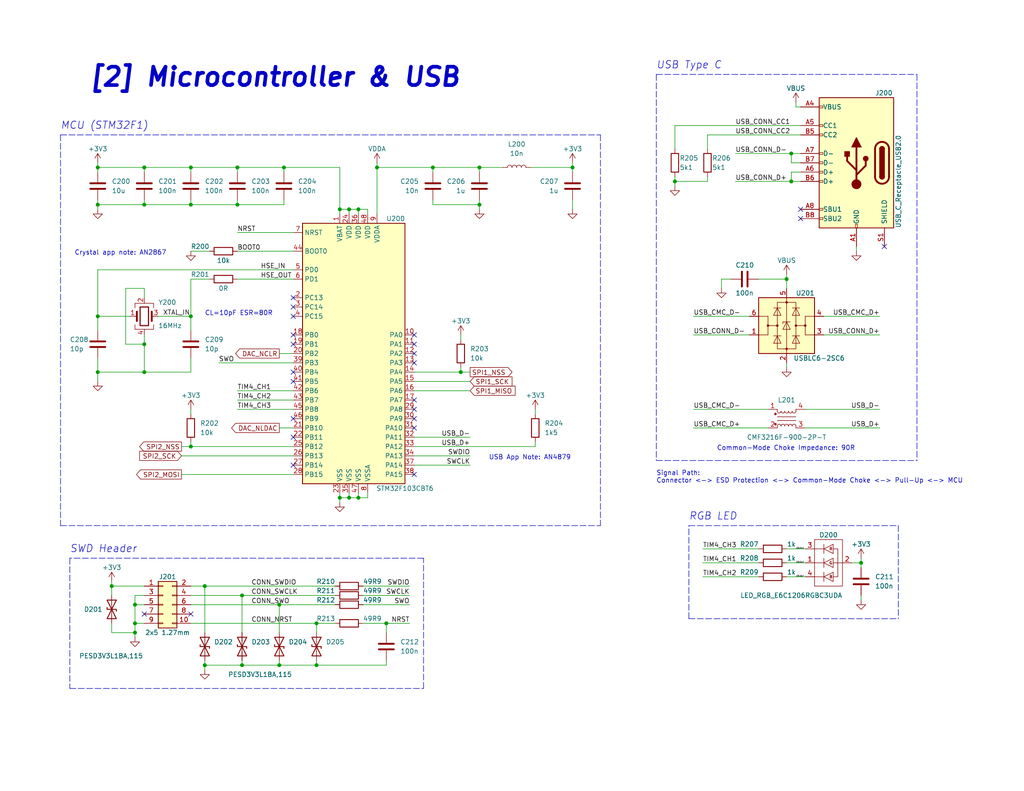
<source format=kicad_sch>
(kicad_sch (version 20211123) (generator eeschema)
  (paper "USLetter")
  (title_block (title "Mixed-Signal Demo PCB") (date "2022-10-05") (rev "1.0") (company "Cristóbal Cuevas Lagos"))
  (lib_symbols
    (symbol "Connector:USB_C_Receptacle_USB2.0" (pin_names (offset 1.016))
      (property "Reference" "J" (at -10.16 19.05 0))
      (property "Value" "USB_C_Receptacle_USB2.0" (at 19.05 19.05 0))
      (symbol "USB_C_Receptacle_USB2.0_0_0"
        (rectangle (start -0.254 -17.78) (end 0.254 -16.764))
        (rectangle (start 10.16 -14.986) (end 9.144 -15.494))
        (rectangle (start 10.16 -12.446) (end 9.144 -12.954))
        (rectangle (start 10.16 -4.826) (end 9.144 -5.334))
        (rectangle (start 10.16 -2.286) (end 9.144 -2.794))
        (rectangle (start 10.16 0.254) (end 9.144 -0.254))
        (rectangle (start 10.16 2.794) (end 9.144 2.286))
        (rectangle (start 10.16 7.874) (end 9.144 7.366))
        (rectangle (start 10.16 10.414) (end 9.144 9.906))
        (rectangle (start 10.16 15.494) (end 9.144 14.986))
      )
      (symbol "USB_C_Receptacle_USB2.0_0_1"
        (rectangle (start -10.16 17.78) (end 10.16 -17.78) (stroke (width 0.254)) (fill (type background)))
        (arc (start -8.89 -3.81) (mid -6.985 -5.715) (end -5.08 -3.81) (stroke (width 0.508)))
        (arc (start -7.62 -3.81) (mid -6.985 -4.445) (end -6.35 -3.81) (stroke (width 0.254)))
        (arc (start -7.62 -3.81) (mid -6.985 -4.445) (end -6.35 -3.81) (stroke (width 0.254)) (fill (type outline)))
        (rectangle (start -7.62 -3.81) (end -6.35 3.81) (stroke (width 0.254)) (fill (type outline)))
        (arc (start -6.35 3.81) (mid -6.985 4.445) (end -7.62 3.81) (stroke (width 0.254)))
        (arc (start -6.35 3.81) (mid -6.985 4.445) (end -7.62 3.81) (stroke (width 0.254)) (fill (type outline)))
        (arc (start -5.08 3.81) (mid -6.985 5.715) (end -8.89 3.81) (stroke (width 0.508)))
        (circle (center -2.54 1.143) (radius 0.635) (stroke (width 0.254)) (fill (type outline)))
        (circle (center 0 -5.842) (radius 1.27) (fill (type outline)))
        (polyline (pts (xy -8.89 -3.81) (xy -8.89 3.81)) (stroke (width 0.508)))
        (polyline (pts (xy -5.08 3.81) (xy -5.08 -3.81)) (stroke (width 0.508)))
        (polyline (pts (xy 0 -5.842) (xy 0 4.318)) (stroke (width 0.508)))
        (polyline (pts (xy 0 -3.302) (xy -2.54 -0.762) (xy -2.54 0.508)) (stroke (width 0.508)))
        (polyline (pts (xy 0 -2.032) (xy 2.54 0.508) (xy 2.54 1.778)) (stroke (width 0.508)))
        (polyline (pts (xy -1.27 4.318) (xy 0 6.858) (xy 1.27 4.318) (xy -1.27 4.318)) (stroke (width 0.254)) (fill (type outline)))
        (rectangle (start 1.905 1.778) (end 3.175 3.048) (stroke (width 0.254)) (fill (type outline)))
      )
      (symbol "USB_C_Receptacle_USB2.0_1_1"
        (pin passive line (at 0 -22.86 90) (length 5.08) (name "GND") (number "A1"))
        (pin passive line (at 0 -22.86 90) (length 5.08) hide (name "GND") (number "A12"))
        (pin passive line (at 15.24 15.24 180) (length 5.08) (name "VBUS") (number "A4"))
        (pin bidirectional line (at 15.24 10.16 180) (length 5.08) (name "CC1") (number "A5"))
        (pin bidirectional line (at 15.24 -2.54 180) (length 5.08) (name "D+") (number "A6"))
        (pin bidirectional line (at 15.24 2.54 180) (length 5.08) (name "D-") (number "A7"))
        (pin bidirectional line (at 15.24 -12.7 180) (length 5.08) (name "SBU1") (number "A8"))
        (pin passive line (at 15.24 15.24 180) (length 5.08) hide (name "VBUS") (number "A9"))
        (pin passive line (at 0 -22.86 90) (length 5.08) hide (name "GND") (number "B1"))
        (pin passive line (at 0 -22.86 90) (length 5.08) hide (name "GND") (number "B12"))
        (pin passive line (at 15.24 15.24 180) (length 5.08) hide (name "VBUS") (number "B4"))
        (pin bidirectional line (at 15.24 7.62 180) (length 5.08) (name "CC2") (number "B5"))
        (pin bidirectional line (at 15.24 -5.08 180) (length 5.08) (name "D+") (number "B6"))
        (pin bidirectional line (at 15.24 0 180) (length 5.08) (name "D-") (number "B7"))
        (pin bidirectional line (at 15.24 -15.24 180) (length 5.08) (name "SBU2") (number "B8"))
        (pin passive line (at 15.24 15.24 180) (length 5.08) hide (name "VBUS") (number "B9"))
        (pin passive line (at -7.62 -22.86 90) (length 5.08) (name "SHIELD") (number "S1"))
      )
    )
    (symbol "Connector_Generic:Conn_02x05_Odd_Even" (pin_names (offset 1.016) hide)
      (property "Reference" "J" (at 1.27 7.62 0))
      (property "Value" "Conn_02x05_Odd_Even" (at 1.27 -7.62 0))
      (symbol "Conn_02x05_Odd_Even_1_1"
        (rectangle (start -1.27 -4.953) (end 0 -5.207) (stroke (width 0.1524)))
        (rectangle (start -1.27 -2.413) (end 0 -2.667) (stroke (width 0.1524)))
        (rectangle (start -1.27 0.127) (end 0 -0.127) (stroke (width 0.1524)))
        (rectangle (start -1.27 2.667) (end 0 2.413) (stroke (width 0.1524)))
        (rectangle (start -1.27 5.207) (end 0 4.953) (stroke (width 0.1524)))
        (rectangle (start -1.27 6.35) (end 3.81 -6.35) (stroke (width 0.254)) (fill (type background)))
        (rectangle (start 3.81 -4.953) (end 2.54 -5.207) (stroke (width 0.1524)))
        (rectangle (start 3.81 -2.413) (end 2.54 -2.667) (stroke (width 0.1524)))
        (rectangle (start 3.81 0.127) (end 2.54 -0.127) (stroke (width 0.1524)))
        (rectangle (start 3.81 2.667) (end 2.54 2.413) (stroke (width 0.1524)))
        (rectangle (start 3.81 5.207) (end 2.54 4.953) (stroke (width 0.1524)))
        (pin passive line (at -5.08 5.08 0) (length 3.81) (name "Pin_1") (number "1"))
        (pin passive line (at 7.62 -5.08 180) (length 3.81) (name "Pin_10") (number "10"))
        (pin passive line (at 7.62 5.08 180) (length 3.81) (name "Pin_2") (number "2"))
        (pin passive line (at -5.08 2.54 0) (length 3.81) (name "Pin_3") (number "3"))
        (pin passive line (at 7.62 2.54 180) (length 3.81) (name "Pin_4") (number "4"))
        (pin passive line (at -5.08 0 0) (length 3.81) (name "Pin_5") (number "5"))
        (pin passive line (at 7.62 0 180) (length 3.81) (name "Pin_6") (number "6"))
        (pin passive line (at -5.08 -2.54 0) (length 3.81) (name "Pin_7") (number "7"))
        (pin passive line (at 7.62 -2.54 180) (length 3.81) (name "Pin_8") (number "8"))
        (pin passive line (at -5.08 -5.08 0) (length 3.81) (name "Pin_9") (number "9"))
      )
    )
    (symbol "Device:C" (pin_numbers hide) (pin_names (offset 0.254))
      (property "Reference" "C" (at 0.635 2.54 0))
      (property "Value" "C" (at 0.635 -2.54 0))
      (symbol "C_0_1"
        (polyline (pts (xy -2.032 -0.762) (xy 2.032 -0.762)) (stroke (width 0.508)))
        (polyline (pts (xy -2.032 0.762) (xy 2.032 0.762)) (stroke (width 0.508)))
      )
      (symbol "C_1_1"
        (pin passive line (at 0 3.81 270) (length 2.794) (name "~") (number "1"))
        (pin passive line (at 0 -3.81 90) (length 2.794) (name "~") (number "2"))
      )
    )
    (symbol "Device:Crystal_GND24" (pin_names (offset 1.016) hide)
      (property "Reference" "Y" (at 3.175 5.08 0))
      (property "Value" "Crystal_GND24" (at 3.175 3.175 0))
      (symbol "Crystal_GND24_0_1"
        (rectangle (start -1.143 2.54) (end 1.143 -2.54) (stroke (width 0.3048)))
        (polyline (pts (xy -2.54 0) (xy -2.032 0)))
        (polyline (pts (xy -2.032 -1.27) (xy -2.032 1.27)) (stroke (width 0.508)))
        (polyline (pts (xy 0 -3.81) (xy 0 -3.556)))
        (polyline (pts (xy 0 3.556) (xy 0 3.81)))
        (polyline (pts (xy 2.032 -1.27) (xy 2.032 1.27)) (stroke (width 0.508)))
        (polyline (pts (xy 2.032 0) (xy 2.54 0)))
        (polyline (pts (xy -2.54 -2.286) (xy -2.54 -3.556) (xy 2.54 -3.556) (xy 2.54 -2.286)))
        (polyline (pts (xy -2.54 2.286) (xy -2.54 3.556) (xy 2.54 3.556) (xy 2.54 2.286)))
      )
      (symbol "Crystal_GND24_1_1"
        (pin passive line (at -3.81 0 0) (length 1.27) (name "1") (number "1"))
        (pin passive line (at 0 5.08 270) (length 1.27) (name "2") (number "2"))
        (pin passive line (at 3.81 0 180) (length 1.27) (name "3") (number "3"))
        (pin passive line (at 0 -5.08 90) (length 1.27) (name "4") (number "4"))
      )
    )
    (symbol "Device:D_TVS" (pin_numbers hide) (pin_names (offset 1.016) hide)
      (property "Reference" "D" (at 0 2.54 0))
      (property "Value" "D_TVS" (at 0 -2.54 0))
      (symbol "D_TVS_0_1"
        (polyline (pts (xy 1.27 0) (xy -1.27 0)))
        (polyline (pts (xy 0.508 1.27) (xy 0 1.27) (xy 0 -1.27) (xy -0.508 -1.27)) (stroke (width 0.254)))
        (polyline (pts (xy -2.54 1.27) (xy -2.54 -1.27) (xy 2.54 1.27) (xy 2.54 -1.27) (xy -2.54 1.27)) (stroke (width 0.254)))
      )
      (symbol "D_TVS_1_1"
        (pin passive line (at -3.81 0 0) (length 2.54) (name "A1") (number "1"))
        (pin passive line (at 3.81 0 180) (length 2.54) (name "A2") (number "2"))
      )
    )
    (symbol "Device:EMI_Filter_LL_1423" (pin_names hide)
      (property "Reference" "FL" (at 0 4.445 0))
      (property "Value" "Device_EMI_Filter_LL_1423" (at 0 -4.445 0))
      (symbol "EMI_Filter_LL_1423_0_1"
        (circle (center -3.048 -1.27) (radius 0.254) (fill (type outline)))
        (circle (center -3.048 1.524) (radius 0.254) (fill (type outline)))
        (arc (start -2.54 2.032) (mid -2.032 1.524) (end -1.524 2.032))
        (arc (start -1.524 -2.032) (mid -2.032 -1.524) (end -2.54 -2.032))
        (arc (start -1.524 2.032) (mid -1.016 1.524) (end -0.508 2.032))
        (arc (start -0.508 -2.032) (mid -1.016 -1.524) (end -1.524 -2.032))
        (arc (start -0.508 2.032) (mid 0 1.524) (end 0.508 2.032))
        (polyline (pts (xy -2.54 -2.032) (xy -2.54 -2.54)))
        (polyline (pts (xy -2.54 0.508) (xy 2.54 0.508)))
        (polyline (pts (xy -2.54 2.032) (xy -2.54 2.54)))
        (polyline (pts (xy 2.54 -2.032) (xy 2.54 -2.54)))
        (polyline (pts (xy 2.54 -0.508) (xy -2.54 -0.508)))
        (polyline (pts (xy 2.54 2.54) (xy 2.54 2.032)))
        (arc (start 0.508 -2.032) (mid 0 -1.524) (end -0.508 -2.032))
        (arc (start 0.508 2.032) (mid 1.016 1.524) (end 1.524 2.032))
        (arc (start 1.524 -2.032) (mid 1.016 -1.524) (end 0.508 -2.032))
        (arc (start 1.524 2.032) (mid 2.032 1.524) (end 2.54 2.032))
        (arc (start 2.54 -2.032) (mid 2.032 -1.524) (end 1.524 -2.032))
      )
      (symbol "EMI_Filter_LL_1423_1_1"
        (pin passive line (at -5.08 -2.54 0) (length 2.54) (name "1") (number "1"))
        (pin passive line (at -5.08 2.54 0) (length 2.54) (name "2") (number "2"))
        (pin passive line (at 5.08 2.54 180) (length 2.54) (name "3") (number "3"))
        (pin passive line (at 5.08 -2.54 180) (length 2.54) (name "4") (number "4"))
      )
    )
    (symbol "Device:L" (pin_numbers hide) (pin_names (offset 1.016) hide)
      (property "Reference" "L" (at -1.27 0 90))
      (property "Value" "L" (at 1.905 0 90))
      (symbol "L_0_1"
        (arc (start 0 -2.54) (mid 0.635 -1.905) (end 0 -1.27))
        (arc (start 0 -1.27) (mid 0.635 -0.635) (end 0 0))
        (arc (start 0 0) (mid 0.635 0.635) (end 0 1.27))
        (arc (start 0 1.27) (mid 0.635 1.905) (end 0 2.54))
      )
      (symbol "L_1_1"
        (pin passive line (at 0 3.81 270) (length 1.27) (name "1") (number "1"))
        (pin passive line (at 0 -3.81 90) (length 1.27) (name "2") (number "2"))
      )
    )
    (symbol "Device:R" (pin_numbers hide) (pin_names (offset 0))
      (property "Reference" "R" (at 2.032 0 90))
      (property "Value" "R" (at 0 0 90))
      (symbol "R_0_1"
        (rectangle (start -1.016 -2.54) (end 1.016 2.54) (stroke (width 0.254)))
      )
      (symbol "R_1_1"
        (pin passive line (at 0 3.81 270) (length 1.27) (name "~") (number "1"))
        (pin passive line (at 0 -3.81 90) (length 1.27) (name "~") (number "2"))
      )
    )
    (symbol "MCU_ST_STM32F1:STM32F103CBTx"
      (property "Reference" "U" (at -15.24 36.83 0))
      (property "Value" "STM32F103CBTx" (at 7.62 36.83 0))
      (symbol "STM32F103CBTx_0_1"
        (rectangle (start -15.24 -35.56) (end 12.7 35.56) (stroke (width 0.254)) (fill (type background)))
      )
      (symbol "STM32F103CBTx_1_1"
        (pin power_in line (at -5.08 38.1 270) (length 2.54) (name "VBAT") (number "1"))
        (pin bidirectional line (at 15.24 5.08 180) (length 2.54) (name "PA0") (number "10"))
        (pin bidirectional line (at 15.24 2.54 180) (length 2.54) (name "PA1") (number "11"))
        (pin bidirectional line (at 15.24 0 180) (length 2.54) (name "PA2") (number "12"))
        (pin bidirectional line (at 15.24 -2.54 180) (length 2.54) (name "PA3") (number "13"))
        (pin bidirectional line (at 15.24 -5.08 180) (length 2.54) (name "PA4") (number "14"))
        (pin bidirectional line (at 15.24 -7.62 180) (length 2.54) (name "PA5") (number "15"))
        (pin bidirectional line (at 15.24 -10.16 180) (length 2.54) (name "PA6") (number "16"))
        (pin bidirectional line (at 15.24 -12.7 180) (length 2.54) (name "PA7") (number "17"))
        (pin bidirectional line (at -17.78 5.08 0) (length 2.54) (name "PB0") (number "18"))
        (pin bidirectional line (at -17.78 2.54 0) (length 2.54) (name "PB1") (number "19"))
        (pin bidirectional line (at -17.78 15.24 0) (length 2.54) (name "PC13") (number "2"))
        (pin bidirectional line (at -17.78 0 0) (length 2.54) (name "PB2") (number "20"))
        (pin bidirectional line (at -17.78 -20.32 0) (length 2.54) (name "PB10") (number "21"))
        (pin bidirectional line (at -17.78 -22.86 0) (length 2.54) (name "PB11") (number "22"))
        (pin power_in line (at -5.08 -38.1 90) (length 2.54) (name "VSS") (number "23"))
        (pin power_in line (at -2.54 38.1 270) (length 2.54) (name "VDD") (number "24"))
        (pin bidirectional line (at -17.78 -25.4 0) (length 2.54) (name "PB12") (number "25"))
        (pin bidirectional line (at -17.78 -27.94 0) (length 2.54) (name "PB13") (number "26"))
        (pin bidirectional line (at -17.78 -30.48 0) (length 2.54) (name "PB14") (number "27"))
        (pin bidirectional line (at -17.78 -33.02 0) (length 2.54) (name "PB15") (number "28"))
        (pin bidirectional line (at 15.24 -15.24 180) (length 2.54) (name "PA8") (number "29"))
        (pin bidirectional line (at -17.78 12.7 0) (length 2.54) (name "PC14") (number "3"))
        (pin bidirectional line (at 15.24 -17.78 180) (length 2.54) (name "PA9") (number "30"))
        (pin bidirectional line (at 15.24 -20.32 180) (length 2.54) (name "PA10") (number "31"))
        (pin bidirectional line (at 15.24 -22.86 180) (length 2.54) (name "PA11") (number "32"))
        (pin bidirectional line (at 15.24 -25.4 180) (length 2.54) (name "PA12") (number "33"))
        (pin bidirectional line (at 15.24 -27.94 180) (length 2.54) (name "PA13") (number "34"))
        (pin power_in line (at -2.54 -38.1 90) (length 2.54) (name "VSS") (number "35"))
        (pin power_in line (at 0 38.1 270) (length 2.54) (name "VDD") (number "36"))
        (pin bidirectional line (at 15.24 -30.48 180) (length 2.54) (name "PA14") (number "37"))
        (pin bidirectional line (at 15.24 -33.02 180) (length 2.54) (name "PA15") (number "38"))
        (pin bidirectional line (at -17.78 -2.54 0) (length 2.54) (name "PB3") (number "39"))
        (pin bidirectional line (at -17.78 10.16 0) (length 2.54) (name "PC15") (number "4"))
        (pin bidirectional line (at -17.78 -5.08 0) (length 2.54) (name "PB4") (number "40"))
        (pin bidirectional line (at -17.78 -7.62 0) (length 2.54) (name "PB5") (number "41"))
        (pin bidirectional line (at -17.78 -10.16 0) (length 2.54) (name "PB6") (number "42"))
        (pin bidirectional line (at -17.78 -12.7 0) (length 2.54) (name "PB7") (number "43"))
        (pin input line (at -17.78 27.94 0) (length 2.54) (name "BOOT0") (number "44"))
        (pin bidirectional line (at -17.78 -15.24 0) (length 2.54) (name "PB8") (number "45"))
        (pin bidirectional line (at -17.78 -17.78 0) (length 2.54) (name "PB9") (number "46"))
        (pin power_in line (at 0 -38.1 90) (length 2.54) (name "VSS") (number "47"))
        (pin power_in line (at 2.54 38.1 270) (length 2.54) (name "VDD") (number "48"))
        (pin input line (at -17.78 22.86 0) (length 2.54) (name "PD0") (number "5"))
        (pin input line (at -17.78 20.32 0) (length 2.54) (name "PD1") (number "6"))
        (pin input line (at -17.78 33.02 0) (length 2.54) (name "NRST") (number "7"))
        (pin power_in line (at 2.54 -38.1 90) (length 2.54) (name "VSSA") (number "8"))
        (pin power_in line (at 5.08 38.1 270) (length 2.54) (name "VDDA") (number "9"))
      )
    )
    (symbol "Power_Protection:USBLC6-2SC6" (pin_names hide)
      (property "Reference" "U" (at 2.54 8.89 0))
      (property "Value" "USBLC6-2SC6" (at 2.54 -8.89 0))
      (symbol "USBLC6-2SC6_0_1"
        (rectangle (start -7.62 -7.62) (end 7.62 7.62) (stroke (width 0.254)) (fill (type background)))
        (circle (center -5.08 0) (radius 0.254) (fill (type outline)))
        (circle (center -2.54 0) (radius 0.254) (fill (type outline)))
        (rectangle (start -2.54 6.35) (end 2.54 -6.35))
        (circle (center 0 -6.35) (radius 0.254) (fill (type outline)))
        (polyline (pts (xy -5.08 -2.54) (xy -7.62 -2.54)))
        (polyline (pts (xy -5.08 0) (xy -5.08 -2.54)))
        (polyline (pts (xy -5.08 2.54) (xy -7.62 2.54)))
        (polyline (pts (xy -1.524 -2.794) (xy -3.556 -2.794)))
        (polyline (pts (xy -1.524 4.826) (xy -3.556 4.826)))
        (polyline (pts (xy 0 -7.62) (xy 0 -6.35)))
        (polyline (pts (xy 0 -6.35) (xy 0 1.27)))
        (polyline (pts (xy 0 1.27) (xy 0 6.35)))
        (polyline (pts (xy 0 6.35) (xy 0 7.62)))
        (polyline (pts (xy 1.524 -2.794) (xy 3.556 -2.794)))
        (polyline (pts (xy 1.524 4.826) (xy 3.556 4.826)))
        (polyline (pts (xy 5.08 -2.54) (xy 7.62 -2.54)))
        (polyline (pts (xy 5.08 0) (xy 5.08 -2.54)))
        (polyline (pts (xy 5.08 2.54) (xy 7.62 2.54)))
        (polyline (pts (xy -2.54 0) (xy -5.08 0) (xy -5.08 2.54)))
        (polyline (pts (xy 2.54 0) (xy 5.08 0) (xy 5.08 2.54)))
        (polyline (pts (xy -3.556 -4.826) (xy -1.524 -4.826) (xy -2.54 -2.794) (xy -3.556 -4.826)))
        (polyline (pts (xy -3.556 2.794) (xy -1.524 2.794) (xy -2.54 4.826) (xy -3.556 2.794)))
        (polyline (pts (xy -1.016 -1.016) (xy 1.016 -1.016) (xy 0 1.016) (xy -1.016 -1.016)))
        (polyline (pts (xy 1.016 1.016) (xy 0.762 1.016) (xy -1.016 1.016) (xy -1.016 0.508)))
        (polyline (pts (xy 3.556 -4.826) (xy 1.524 -4.826) (xy 2.54 -2.794) (xy 3.556 -4.826)))
        (polyline (pts (xy 3.556 2.794) (xy 1.524 2.794) (xy 2.54 4.826) (xy 3.556 2.794)))
        (circle (center 0 6.35) (radius 0.254) (fill (type outline)))
        (circle (center 2.54 0) (radius 0.254) (fill (type outline)))
        (circle (center 5.08 0) (radius 0.254) (fill (type outline)))
      )
      (symbol "USBLC6-2SC6_1_1"
        (pin passive line (at -10.16 -2.54 0) (length 2.54) (name "I/O1") (number "1"))
        (pin passive line (at 0 -10.16 90) (length 2.54) (name "GND") (number "2"))
        (pin passive line (at 10.16 -2.54 180) (length 2.54) (name "I/O2") (number "3"))
        (pin passive line (at 10.16 2.54 180) (length 2.54) (name "I/O2") (number "4"))
        (pin passive line (at 0 10.16 270) (length 2.54) (name "VBUS") (number "5"))
        (pin passive line (at -10.16 2.54 0) (length 2.54) (name "I/O1") (number "6"))
      )
    )
    (symbol "SchmillipKiCADLibrary:LED_RGB_E6C1206RGBC3UDA" (pin_names (offset 1.016))
      (property "Reference" "D" (at 0 7.62 0))
      (property "Value" "SchmillipKiCADLibrary_LED_RGB_E6C1206RGBC3UDA" (at 0 -7.62 0))
      (symbol "LED_RGB_E6C1206RGBC3UDA_0_0"
        (text "R" (at 0.635 3.81 0) (effects (font (size 0.762 0.762))))
      )
      (symbol "LED_RGB_E6C1206RGBC3UDA_0_1"
        (polyline (pts (xy -1.27 -3.81) (xy -3.81 -3.81)))
        (polyline (pts (xy -1.27 0) (xy -3.81 0)))
        (polyline (pts (xy -1.27 3.81) (xy -3.81 3.81)))
        (polyline (pts (xy -1.27 5.08) (xy -1.27 2.54)))
        (polyline (pts (xy 1.27 0) (xy 3.81 0)))
        (polyline (pts (xy 1.27 -3.81) (xy 2.54 -3.81) (xy 2.54 0)))
        (polyline (pts (xy 1.27 3.81) (xy 2.54 3.81) (xy 2.54 0)))
        (polyline (pts (xy 1.27 2.54) (xy 1.27 5.08) (xy -1.27 3.81) (xy 1.27 2.54)))
        (rectangle (start 3.81 -6.35) (end -3.81 6.35))
      )
      (symbol "LED_RGB_E6C1206RGBC3UDA_1_1"
        (polyline (pts (xy -1.27 -2.54) (xy -1.27 -5.08)))
        (polyline (pts (xy -1.27 1.27) (xy -1.27 -1.27)))
        (polyline (pts (xy 1.27 -5.08) (xy 1.27 -2.54) (xy -1.27 -3.81) (xy 1.27 -5.08)))
        (polyline (pts (xy 1.27 -1.27) (xy 1.27 1.27) (xy -1.27 0) (xy 1.27 -1.27)))
        (text "B" (at 0.635 -3.81 0) (effects (font (size 0.762 0.762))))
        (text "G" (at 0.635 0 0) (effects (font (size 0.762 0.762))))
        (pin power_in line (at -6.35 0 0) (length 2.54) (name "~") (number "1"))
        (pin power_in line (at 6.35 0 180) (length 2.54) (name "~") (number "2"))
        (pin power_in line (at -6.35 3.81 0) (length 2.54) (name "~") (number "3"))
        (pin power_in line (at -6.35 -3.81 0) (length 2.54) (name "~") (number "4"))
      )
    )
    (symbol "power:+3V3" (power) (pin_names (offset 0))
      (property "Value" "+3V3" (at 0 3.556 0))
      (symbol "+3V3_0_1"
        (polyline (pts (xy -0.762 1.27) (xy 0 2.54)))
        (polyline (pts (xy 0 0) (xy 0 2.54)))
        (polyline (pts (xy 0 2.54) (xy 0.762 1.27)))
      )
      (symbol "+3V3_1_1"
        (pin power_in line (at 0 0 90) (length 0) hide (name "+3V3") (number "1"))
      )
    )
    (symbol "power:GND" (power) (pin_names (offset 0))
      (property "Value" "GND" (at 0 -3.81 0))
      (symbol "GND_0_1"
        (polyline (pts (xy 0 0) (xy 0 -1.27) (xy 1.27 -1.27) (xy 0 -2.54) (xy -1.27 -1.27) (xy 0 -1.27)))
      )
      (symbol "GND_1_1"
        (pin power_in line (at 0 0 270) (length 0) hide (name "GND") (number "1"))
      )
    )
    (symbol "power:VBUS" (power) (pin_names (offset 0))
      (property "Value" "VBUS" (at 0 3.81 0))
      (symbol "VBUS_0_1"
        (polyline (pts (xy -0.762 1.27) (xy 0 2.54)))
        (polyline (pts (xy 0 0) (xy 0 2.54)))
        (polyline (pts (xy 0 2.54) (xy 0.762 1.27)))
      )
      (symbol "VBUS_1_1"
        (pin power_in line (at 0 0 90) (length 0) hide (name "VBUS") (number "1"))
      )
    )
    (symbol "power:VDDA" (power) (pin_names (offset 0))
      (property "Value" "VDDA" (at 0 3.81 0))
      (symbol "VDDA_0_1"
        (polyline (pts (xy -0.762 1.27) (xy 0 2.54)))
        (polyline (pts (xy 0 0) (xy 0 2.54)))
        (polyline (pts (xy 0 2.54) (xy 0.762 1.27)))
      )
      (symbol "VDDA_1_1"
        (pin power_in line (at 0 0 90) (length 0) hide (name "VDDA") (number "1"))
      )
    )
  )
  (junction (at 39.37 45.72))
  (junction (at 39.37 55.88))
  (junction (at 130.81 45.72))
  (junction (at 130.81 55.88))
  (junction (at 26.67 101.6))
  (junction (at 156.21 45.72))
  (junction (at 76.2 165.1))
  (junction (at 86.36 181.61))
  (junction (at 184.15 49.53))
  (junction (at 66.04 181.61))
  (junction (at 86.36 170.18))
  (junction (at 215.9 49.53))
  (junction (at 36.83 170.18))
  (junction (at 234.95 153.67))
  (junction (at 26.67 86.36))
  (junction (at 39.37 93.98))
  (junction (at 92.71 57.15))
  (junction (at 30.48 160.02))
  (junction (at 95.25 57.15))
  (junction (at 77.47 45.72))
  (junction (at 52.07 86.36))
  (junction (at 52.07 45.72))
  (junction (at 26.67 45.72))
  (junction (at 214.63 76.2))
  (junction (at 26.67 55.88))
  (junction (at 118.11 45.72))
  (junction (at 66.04 162.56))
  (junction (at 39.37 101.6))
  (junction (at 64.77 45.72))
  (junction (at 215.9 41.91))
  (junction (at 64.77 55.88))
  (junction (at 55.88 181.61))
  (junction (at 102.87 45.72))
  (junction (at 95.25 135.89))
  (junction (at 76.2 181.61))
  (junction (at 52.07 121.92))
  (junction (at 92.71 135.89))
  (junction (at 105.41 170.18))
  (junction (at 97.79 135.89))
  (junction (at 125.73 101.6))
  (junction (at 55.88 160.02))
  (junction (at 97.79 57.15))
  (junction (at 36.83 172.72))
  (junction (at 52.07 55.88))
  (junction (at 36.83 165.1))
  (no_connect (at 80.01 93.98))
  (no_connect (at 80.01 91.44))
  (no_connect (at 52.07 167.64))
  (no_connect (at 241.3 67.31))
  (no_connect (at 113.03 114.3))
  (no_connect (at 80.01 81.28))
  (no_connect (at 113.03 116.84))
  (no_connect (at 113.03 96.52))
  (no_connect (at 113.03 129.54))
  (no_connect (at 113.03 111.76))
  (no_connect (at 80.01 119.38))
  (no_connect (at 113.03 91.44))
  (no_connect (at 218.44 59.69))
  (no_connect (at 80.01 101.6))
  (no_connect (at 113.03 99.06))
  (no_connect (at 80.01 104.14))
  (no_connect (at 113.03 109.22))
  (no_connect (at 113.03 93.98))
  (no_connect (at 80.01 127))
  (no_connect (at 80.01 83.82))
  (no_connect (at 39.37 167.64))
  (no_connect (at 80.01 86.36))
  (no_connect (at 80.01 114.3))
  (no_connect (at 218.44 57.15))
  (wire (pts (xy 214.63 76.2) (xy 214.63 74.93)))
  (polyline (pts (xy 245.11 143.51) (xy 245.11 168.91)))
  (wire (pts (xy 77.47 55.88) (xy 77.47 54.61)))
  (wire (pts (xy 26.67 73.66) (xy 80.01 73.66)))
  (wire (pts (xy 36.83 172.72) (xy 30.48 172.72)))
  (wire (pts (xy 200.66 41.91) (xy 215.9 41.91)))
  (wire (pts (xy 214.63 100.33) (xy 214.63 99.06)))
  (wire (pts (xy 64.77 55.88) (xy 77.47 55.88)))
  (wire (pts (xy 105.41 180.34) (xy 105.41 181.61)))
  (wire (pts (xy 240.03 91.44) (xy 224.79 91.44)))
  (wire (pts (xy 234.95 153.67) (xy 234.95 154.94)))
  (wire (pts (xy 184.15 50.8) (xy 184.15 49.53)))
  (wire (pts (xy 118.11 45.72) (xy 102.87 45.72)))
  (wire (pts (xy 95.25 57.15) (xy 97.79 57.15)))
  (wire (pts (xy 196.85 76.2) (xy 199.39 76.2)))
  (wire (pts (xy 86.36 181.61) (xy 86.36 180.34)))
  (wire (pts (xy 234.95 163.83) (xy 234.95 162.56)))
  (wire (pts (xy 130.81 46.99) (xy 130.81 45.72)))
  (wire (pts (xy 39.37 45.72) (xy 26.67 45.72)))
  (wire (pts (xy 76.2 181.61) (xy 86.36 181.61)))
  (wire (pts (xy 217.17 27.94) (xy 217.17 29.21)))
  (wire (pts (xy 52.07 46.99) (xy 52.07 45.72)))
  (wire (pts (xy 39.37 93.98) (xy 39.37 101.6)))
  (wire (pts (xy 184.15 34.29) (xy 218.44 34.29)))
  (wire (pts (xy 64.77 54.61) (xy 64.77 55.88)))
  (wire (pts (xy 193.04 49.53) (xy 193.04 48.26)))
  (wire (pts (xy 105.41 170.18) (xy 111.76 170.18)))
  (wire (pts (xy 30.48 158.75) (xy 30.48 160.02)))
  (wire (pts (xy 34.29 78.74) (xy 34.29 93.98)))
  (wire (pts (xy 130.81 54.61) (xy 130.81 55.88)))
  (wire (pts (xy 184.15 49.53) (xy 184.15 48.26)))
  (polyline (pts (xy 179.07 20.32) (xy 179.07 125.73)))
  (wire (pts (xy 66.04 172.72) (xy 66.04 162.56)))
  (wire (pts (xy 189.23 91.44) (xy 204.47 91.44)))
  (wire (pts (xy 39.37 78.74) (xy 34.29 78.74)))
  (wire (pts (xy 39.37 170.18) (xy 36.83 170.18)))
  (polyline (pts (xy 115.57 152.4) (xy 19.05 152.4)))
  (wire (pts (xy 189.23 116.84) (xy 209.55 116.84)))
  (wire (pts (xy 99.06 162.56) (xy 111.76 162.56)))
  (wire (pts (xy 39.37 55.88) (xy 52.07 55.88)))
  (polyline (pts (xy 179.07 125.73) (xy 250.19 125.73)))
  (wire (pts (xy 207.01 157.48) (xy 191.77 157.48)))
  (wire (pts (xy 55.88 172.72) (xy 55.88 160.02)))
  (wire (pts (xy 215.9 49.53) (xy 200.66 49.53)))
  (wire (pts (xy 26.67 101.6) (xy 26.67 97.79)))
  (wire (pts (xy 52.07 120.65) (xy 52.07 121.92)))
  (wire (pts (xy 52.07 101.6) (xy 52.07 97.79)))
  (wire (pts (xy 156.21 44.45) (xy 156.21 45.72)))
  (wire (pts (xy 55.88 182.88) (xy 55.88 181.61)))
  (wire (pts (xy 128.27 124.46) (xy 113.03 124.46)))
  (polyline (pts (xy 115.57 187.96) (xy 115.57 152.4)))
  (wire (pts (xy 52.07 55.88) (xy 64.77 55.88)))
  (wire (pts (xy 113.03 106.68) (xy 128.27 106.68)))
  (wire (pts (xy 189.23 86.36) (xy 204.47 86.36)))
  (wire (pts (xy 105.41 172.72) (xy 105.41 170.18)))
  (polyline (pts (xy 19.05 152.4) (xy 19.05 187.96)))
  (wire (pts (xy 207.01 76.2) (xy 214.63 76.2)))
  (wire (pts (xy 26.67 45.72) (xy 26.67 46.99)))
  (wire (pts (xy 219.71 153.67) (xy 214.63 153.67)))
  (wire (pts (xy 146.05 121.92) (xy 146.05 120.65)))
  (wire (pts (xy 240.03 116.84) (xy 219.71 116.84)))
  (wire (pts (xy 207.01 149.86) (xy 191.77 149.86)))
  (wire (pts (xy 52.07 160.02) (xy 55.88 160.02)))
  (polyline (pts (xy 179.07 20.32) (xy 250.19 20.32)))
  (wire (pts (xy 240.03 86.36) (xy 224.79 86.36)))
  (wire (pts (xy 113.03 119.38) (xy 128.27 119.38)))
  (wire (pts (xy 64.77 109.22) (xy 80.01 109.22)))
  (wire (pts (xy 49.53 129.54) (xy 80.01 129.54)))
  (wire (pts (xy 52.07 162.56) (xy 66.04 162.56)))
  (wire (pts (xy 215.9 41.91) (xy 218.44 41.91)))
  (wire (pts (xy 146.05 121.92) (xy 113.03 121.92)))
  (wire (pts (xy 39.37 91.44) (xy 39.37 93.98)))
  (wire (pts (xy 52.07 165.1) (xy 76.2 165.1)))
  (polyline (pts (xy 163.83 36.83) (xy 163.83 143.51)))
  (polyline (pts (xy 187.96 143.51) (xy 245.11 143.51)))
  (wire (pts (xy 240.03 111.76) (xy 219.71 111.76)))
  (wire (pts (xy 77.47 46.99) (xy 77.47 45.72)))
  (wire (pts (xy 55.88 160.02) (xy 91.44 160.02)))
  (wire (pts (xy 66.04 180.34) (xy 66.04 181.61)))
  (wire (pts (xy 156.21 54.61) (xy 156.21 57.15)))
  (wire (pts (xy 86.36 172.72) (xy 86.36 170.18)))
  (wire (pts (xy 34.29 93.98) (xy 39.37 93.98)))
  (wire (pts (xy 218.44 46.99) (xy 215.9 46.99)))
  (wire (pts (xy 76.2 180.34) (xy 76.2 181.61)))
  (wire (pts (xy 26.67 57.15) (xy 26.67 55.88)))
  (polyline (pts (xy 16.51 143.51) (xy 163.83 143.51)))
  (polyline (pts (xy 250.19 20.32) (xy 250.19 125.73)))
  (wire (pts (xy 111.76 160.02) (xy 99.06 160.02)))
  (wire (pts (xy 52.07 45.72) (xy 39.37 45.72)))
  (wire (pts (xy 52.07 121.92) (xy 80.01 121.92)))
  (wire (pts (xy 146.05 111.76) (xy 146.05 113.03)))
  (wire (pts (xy 26.67 101.6) (xy 39.37 101.6)))
  (wire (pts (xy 92.71 57.15) (xy 95.25 57.15)))
  (wire (pts (xy 66.04 181.61) (xy 76.2 181.61)))
  (wire (pts (xy 77.47 45.72) (xy 64.77 45.72)))
  (wire (pts (xy 217.17 29.21) (xy 218.44 29.21)))
  (wire (pts (xy 193.04 40.64) (xy 193.04 36.83)))
  (wire (pts (xy 49.53 121.92) (xy 52.07 121.92)))
  (wire (pts (xy 26.67 104.14) (xy 26.67 101.6)))
  (wire (pts (xy 118.11 46.99) (xy 118.11 45.72)))
  (wire (pts (xy 26.67 86.36) (xy 35.56 86.36)))
  (wire (pts (xy 214.63 157.48) (xy 219.71 157.48)))
  (wire (pts (xy 137.16 45.72) (xy 130.81 45.72)))
  (wire (pts (xy 118.11 45.72) (xy 130.81 45.72)))
  (wire (pts (xy 97.79 57.15) (xy 100.33 57.15)))
  (wire (pts (xy 196.85 78.74) (xy 196.85 76.2)))
  (wire (pts (xy 125.73 100.33) (xy 125.73 101.6)))
  (wire (pts (xy 95.25 58.42) (xy 95.25 57.15)))
  (wire (pts (xy 26.67 45.72) (xy 26.67 44.45)))
  (wire (pts (xy 144.78 45.72) (xy 156.21 45.72)))
  (wire (pts (xy 92.71 45.72) (xy 92.71 57.15)))
  (wire (pts (xy 233.68 68.58) (xy 233.68 67.31)))
  (wire (pts (xy 215.9 44.45) (xy 215.9 41.91)))
  (wire (pts (xy 76.2 165.1) (xy 91.44 165.1)))
  (wire (pts (xy 36.83 165.1) (xy 36.83 162.56)))
  (wire (pts (xy 66.04 162.56) (xy 91.44 162.56)))
  (wire (pts (xy 39.37 54.61) (xy 39.37 55.88)))
  (wire (pts (xy 52.07 90.17) (xy 52.07 86.36)))
  (wire (pts (xy 39.37 101.6) (xy 52.07 101.6)))
  (wire (pts (xy 95.25 135.89) (xy 97.79 135.89)))
  (wire (pts (xy 92.71 137.16) (xy 92.71 135.89)))
  (wire (pts (xy 80.01 111.76) (xy 64.77 111.76)))
  (polyline (pts (xy 187.96 168.91) (xy 187.96 143.51)))
  (wire (pts (xy 215.9 49.53) (xy 218.44 49.53)))
  (polyline (pts (xy 16.51 36.83) (xy 163.83 36.83)))
  (wire (pts (xy 118.11 55.88) (xy 118.11 54.61)))
  (wire (pts (xy 26.67 55.88) (xy 39.37 55.88)))
  (wire (pts (xy 92.71 135.89) (xy 92.71 134.62)))
  (wire (pts (xy 184.15 40.64) (xy 184.15 34.29)))
  (wire (pts (xy 76.2 96.52) (xy 80.01 96.52)))
  (wire (pts (xy 100.33 135.89) (xy 100.33 134.62)))
  (wire (pts (xy 76.2 116.84) (xy 80.01 116.84)))
  (wire (pts (xy 99.06 170.18) (xy 105.41 170.18)))
  (wire (pts (xy 52.07 170.18) (xy 86.36 170.18)))
  (wire (pts (xy 218.44 44.45) (xy 215.9 44.45)))
  (wire (pts (xy 214.63 149.86) (xy 219.71 149.86)))
  (wire (pts (xy 52.07 86.36) (xy 43.18 86.36)))
  (wire (pts (xy 97.79 135.89) (xy 100.33 135.89)))
  (wire (pts (xy 64.77 46.99) (xy 64.77 45.72)))
  (polyline (pts (xy 16.51 36.83) (xy 16.51 143.51)))
  (wire (pts (xy 232.41 153.67) (xy 234.95 153.67)))
  (wire (pts (xy 95.25 134.62) (xy 95.25 135.89)))
  (wire (pts (xy 64.77 63.5) (xy 80.01 63.5)))
  (wire (pts (xy 92.71 135.89) (xy 95.25 135.89)))
  (wire (pts (xy 97.79 58.42) (xy 97.79 57.15)))
  (polyline (pts (xy 187.96 168.91) (xy 245.11 168.91)))
  (wire (pts (xy 30.48 172.72) (xy 30.48 170.18)))
  (wire (pts (xy 113.03 101.6) (xy 125.73 101.6)))
  (wire (pts (xy 57.15 76.2) (xy 52.07 76.2)))
  (wire (pts (xy 39.37 81.28) (xy 39.37 78.74)))
  (wire (pts (xy 128.27 127) (xy 113.03 127)))
  (wire (pts (xy 76.2 172.72) (xy 76.2 165.1)))
  (wire (pts (xy 36.83 172.72) (xy 36.83 173.99)))
  (wire (pts (xy 55.88 181.61) (xy 66.04 181.61)))
  (wire (pts (xy 184.15 49.53) (xy 193.04 49.53)))
  (wire (pts (xy 26.67 73.66) (xy 26.67 86.36)))
  (wire (pts (xy 64.77 76.2) (xy 80.01 76.2)))
  (wire (pts (xy 156.21 45.72) (xy 156.21 46.99)))
  (wire (pts (xy 36.83 170.18) (xy 36.83 172.72)))
  (wire (pts (xy 86.36 181.61) (xy 105.41 181.61)))
  (wire (pts (xy 39.37 160.02) (xy 30.48 160.02)))
  (wire (pts (xy 52.07 111.76) (xy 52.07 113.03)))
  (wire (pts (xy 100.33 58.42) (xy 100.33 57.15)))
  (wire (pts (xy 55.88 181.61) (xy 55.88 180.34)))
  (wire (pts (xy 30.48 160.02) (xy 30.48 162.56)))
  (wire (pts (xy 214.63 76.2) (xy 214.63 78.74)))
  (wire (pts (xy 49.53 124.46) (xy 80.01 124.46)))
  (wire (pts (xy 234.95 153.67) (xy 234.95 152.4)))
  (wire (pts (xy 193.04 36.83) (xy 218.44 36.83)))
  (wire (pts (xy 113.03 104.14) (xy 128.27 104.14)))
  (wire (pts (xy 52.07 76.2) (xy 52.07 86.36)))
  (wire (pts (xy 59.69 99.06) (xy 80.01 99.06)))
  (wire (pts (xy 39.37 46.99) (xy 39.37 45.72)))
  (wire (pts (xy 191.77 153.67) (xy 207.01 153.67)))
  (wire (pts (xy 92.71 57.15) (xy 92.71 58.42)))
  (wire (pts (xy 97.79 134.62) (xy 97.79 135.89)))
  (wire (pts (xy 52.07 68.58) (xy 57.15 68.58)))
  (wire (pts (xy 26.67 90.17) (xy 26.67 86.36)))
  (wire (pts (xy 39.37 165.1) (xy 36.83 165.1)))
  (wire (pts (xy 64.77 68.58) (xy 80.01 68.58)))
  (wire (pts (xy 52.07 54.61) (xy 52.07 55.88)))
  (wire (pts (xy 102.87 44.45) (xy 102.87 45.72)))
  (wire (pts (xy 77.47 45.72) (xy 92.71 45.72)))
  (wire (pts (xy 215.9 46.99) (xy 215.9 49.53)))
  (wire (pts (xy 102.87 45.72) (xy 102.87 58.42)))
  (wire (pts (xy 111.76 165.1) (xy 99.06 165.1)))
  (wire (pts (xy 80.01 106.68) (xy 64.77 106.68)))
  (wire (pts (xy 36.83 170.18) (xy 36.83 165.1)))
  (wire (pts (xy 86.36 170.18) (xy 91.44 170.18)))
  (wire (pts (xy 26.67 55.88) (xy 26.67 54.61)))
  (wire (pts (xy 130.81 57.15) (xy 130.81 55.88)))
  (wire (pts (xy 64.77 45.72) (xy 52.07 45.72)))
  (wire (pts (xy 189.23 111.76) (xy 209.55 111.76)))
  (wire (pts (xy 125.73 91.44) (xy 125.73 92.71)))
  (wire (pts (xy 125.73 101.6) (xy 128.27 101.6)))
  (polyline (pts (xy 19.05 187.96) (xy 115.57 187.96)))
  (wire (pts (xy 36.83 162.56) (xy 39.37 162.56)))
  (wire (pts (xy 130.81 55.88) (xy 118.11 55.88)))
  (text "Signal Path:\nConnector <-> ESD Protection <-> Common-Mode Choke <-> Pull-Up <-> MCU\n" (at 179.07 132.08 0) (effects (font (size 1.27 1.27)) (justify left bottom)))
  (text "RGB LED" (at 187.96 142.24 0) (effects (font (size 2.0066 2.0066) italic) (justify left bottom)))
  (text "Crystal app note: AN2867" (at 20.32 69.85 0) (effects (font (size 1.27 1.27)) (justify left bottom)))
  (text "SWD Header" (at 19.05 151.13 0) (effects (font (size 2.0066 2.0066) italic) (justify left bottom)))
  (text "USB App Note: AN4879" (at 133.35 125.73 0) (effects (font (size 1.27 1.27)) (justify left bottom)))
  (text "Common-Mode Choke Impedance: 90R" (at 195.58 123.19 0) (effects (font (size 1.27 1.27)) (justify left bottom)))
  (text "[2] Microcontroller & USB" (at 24.13 24.13 0) (effects (font (size 5.0038 5.0038) (thickness 1.0008) bold italic) (justify left bottom)))
  (text "CL=10pF ESR=80R" (at 55.88 86.36 0) (effects (font (size 1.27 1.27)) (justify left bottom)))
  (text "MCU (STM32F1)" (at 16.51 35.56 0) (effects (font (size 2.0066 2.0066) italic) (justify left bottom)))
  (text "USB Type C" (at 179.07 19.05 0) (effects (font (size 2.0066 2.0066) italic) (justify left bottom)))
  (label "USB_CONN_CC1" (at 200.66 34.29 0))
  (label "TIM4_CH2" (at 191.77 157.48 0))
  (label "HSE_IN" (at 71.12 73.66 0))
  (label "USB_D-" (at 240.03 111.76 180))
  (label "SWDIO" (at 128.27 124.46 180))
  (label "USB_CONN_D-" (at 189.23 91.44 0))
  (label "SWCLK" (at 128.27 127 180))
  (label "BOOT0" (at 64.77 68.58 0))
  (label "USB_D+" (at 128.27 121.92 180))
  (label "USB_CONN_CC2" (at 200.66 36.83 0))
  (label "USB_CMC_D-" (at 189.23 86.36 0))
  (label "SWCLK" (at 111.76 162.56 180))
  (label "TIM4_CH2" (at 64.77 109.22 0))
  (label "USB_D-" (at 128.27 119.38 180))
  (label "TIM4_CH1" (at 64.77 106.68 0))
  (label "USB_CONN_D+" (at 200.66 49.53 0))
  (label "TIM4_CH3" (at 191.77 149.86 0))
  (label "TIM4_CH1" (at 191.77 153.67 0))
  (label "CONN_NRST" (at 68.58 170.18 0))
  (label "XTAL_IN" (at 44.45 86.36 0))
  (label "USB_CMC_D-" (at 189.23 111.76 0))
  (label "USB_CONN_D-" (at 200.66 41.91 0))
  (label "HSE_OUT" (at 71.12 76.2 0))
  (label "SWDIO" (at 111.76 160.02 180))
  (label "USB_D+" (at 240.03 116.84 180))
  (label "SWO" (at 59.69 99.06 0))
  (label "CONN_SWCLK" (at 68.58 162.56 0))
  (label "NRST" (at 64.77 63.5 0))
  (label "USB_CMC_D+" (at 240.03 86.36 180))
  (label "LED_B_K" (at 217.17 157.48 0) (effects (font (size 0.3302 0.3302))))
  (label "USB_CONN_D+" (at 240.03 91.44 180))
  (label "TIM4_CH3" (at 64.77 111.76 0))
  (label "USB_CMC_D+" (at 189.23 116.84 0))
  (label "SWO" (at 111.76 165.1 180))
  (label "LED_R_K" (at 217.17 149.86 0) (effects (font (size 0.3302 0.3302))))
  (label "CONN_SWO" (at 68.58 165.1 0))
  (label "LED_G_K" (at 217.17 153.67 0) (effects (font (size 0.3302 0.3302))))
  (label "NRST" (at 111.76 170.18 180))
  (label "CONN_SWDIO" (at 68.58 160.02 0))
  (global_label "SPI1_NSS" (shape output) (at 128.27 101.6 0) (property "Intersheet References" "${INTERSHEET_REFS}" (effects hide)))
  (global_label "SPI2_NSS" (shape output) (at 49.53 121.92 180) (property "Intersheet References" "${INTERSHEET_REFS}" (effects hide)))
  (global_label "SPI1_MISO" (shape input) (at 128.27 106.68 0) (property "Intersheet References" "${INTERSHEET_REFS}" (effects hide)))
  (global_label "DAC_NCLR" (shape output) (at 76.2 96.52 180) (property "Intersheet References" "${INTERSHEET_REFS}" (effects hide)))
  (global_label "SPI1_SCK" (shape input) (at 128.27 104.14 0) (property "Intersheet References" "${INTERSHEET_REFS}" (effects hide)))
  (global_label "SPI2_MOSI" (shape output) (at 49.53 129.54 180) (property "Intersheet References" "${INTERSHEET_REFS}" (effects hide)))
  (global_label "DAC_NLDAC" (shape output) (at 76.2 116.84 180) (property "Intersheet References" "${INTERSHEET_REFS}" (effects hide)))
  (global_label "SPI2_SCK" (shape input) (at 49.53 124.46 180) (property "Intersheet References" "${INTERSHEET_REFS}" (effects hide)))
  (symbol (lib_id "power:+3V3") (at 26.67 44.45 0) (unit 1)
    (property "Reference" "#PWR017" (effects hide))
    (property "Value" "+3V3" (at 26.67 40.64 0))
  )
  (symbol (lib_id "Device:Crystal_GND24") (at 39.37 86.36 0) (unit 1)
    (property "Reference" "Y200" (at 43.18 82.55 0) (effects (justify left)))
    (property "Value" "16MHz" (at 43.18 88.9 0) (effects (justify left)))
    (property "Footprint" "Crystal:Crystal_SMD_3225-4Pin_3.2x2.5mm" (effects hide))
  )
  (symbol (lib_id "Device:R") (at 60.96 76.2 270) (unit 1)
    (property "Reference" "R201" (at 54.61 74.93 90))
    (property "Value" "0R" (at 60.96 78.74 90))
    (property "Footprint" "Resistor_SMD:R_0402_1005Metric" (effects hide))
  )
  (symbol (lib_id "Device:C") (at 52.07 93.98 0) (unit 1)
    (property "Reference" "C209" (at 55.88 92.71 0) (effects (justify left)))
    (property "Value" "10p" (at 55.88 95.25 0) (effects (justify left)))
    (property "Footprint" "Capacitor_SMD:C_0402_1005Metric" (effects hide))
  )
  (symbol (lib_id "Device:C") (at 26.67 93.98 0) (unit 1)
    (property "Reference" "C208" (at 19.05 92.71 0) (effects (justify left)))
    (property "Value" "10p" (at 19.05 95.25 0) (effects (justify left)))
    (property "Footprint" "Capacitor_SMD:C_0402_1005Metric" (effects hide))
  )
  (symbol (lib_id "power:GND") (at 26.67 104.14 0) (unit 1)
    (property "Reference" "#PWR030" (effects hide))
    (property "Value" "GND" (effects hide))
  )
  (symbol (lib_id "Device:C") (at 77.47 50.8 0) (unit 1)
    (property "Reference" "C204" (at 81.28 49.53 0) (effects (justify left)))
    (property "Value" "100n" (at 81.28 52.07 0) (effects (justify left)))
    (property "Footprint" "Capacitor_SMD:C_0402_1005Metric" (effects hide))
  )
  (symbol (lib_id "power:GND") (at 26.67 57.15 0) (unit 1)
    (property "Reference" "#PWR021" (effects hide))
    (property "Value" "GND" (effects hide))
  )
  (symbol (lib_id "MCU_ST_STM32F1:STM32F103CBTx") (at 97.79 96.52 0) (unit 1)
    (property "Reference" "U200" (at 107.95 59.69 0))
    (property "Value" "STM32F103CBT6" (at 110.49 133.35 0))
    (property "Footprint" "Package_QFP:LQFP-48_7x7mm_P0.5mm" (effects hide))
    (property "Datasheet" "http://www.st.com/st-web-ui/static/active/en/resource/technical/document/datasheet/CD00161566.pdf" (effects hide))
    (property "Manufacturer" "STMicroelectronics" (effects hide))
    (property "Manufacturer Part Number" "STM32F103CBT6" (effects hide))
  )
  (symbol (lib_id "Device:C") (at 64.77 50.8 0) (unit 1)
    (property "Reference" "C203" (at 68.58 49.53 0) (effects (justify left)))
    (property "Value" "100n" (at 68.58 52.07 0) (effects (justify left)))
    (property "Footprint" "Capacitor_SMD:C_0402_1005Metric" (effects hide))
  )
  (symbol (lib_id "Device:C") (at 52.07 50.8 0) (unit 1)
    (property "Reference" "C202" (at 55.88 49.53 0) (effects (justify left)))
    (property "Value" "100n" (at 55.88 52.07 0) (effects (justify left)))
    (property "Footprint" "Capacitor_SMD:C_0402_1005Metric" (effects hide))
  )
  (symbol (lib_id "Device:C") (at 39.37 50.8 0) (unit 1)
    (property "Reference" "C201" (at 43.18 49.53 0) (effects (justify left)))
    (property "Value" "100n" (at 43.18 52.07 0) (effects (justify left)))
    (property "Footprint" "Capacitor_SMD:C_0402_1005Metric" (effects hide))
  )
  (symbol (lib_id "Device:C") (at 26.67 50.8 0) (unit 1)
    (property "Reference" "C200" (at 30.48 49.53 0) (effects (justify left)))
    (property "Value" "10u" (at 30.48 52.07 0) (effects (justify left)))
    (property "Footprint" "Capacitor_SMD:C_0603_1608Metric" (effects hide))
  )
  (symbol (lib_id "power:GND") (at 92.71 137.16 0) (unit 1)
    (property "Reference" "#PWR034" (effects hide))
    (property "Value" "GND" (effects hide))
  )
  (symbol (lib_id "Device:R") (at 125.73 96.52 0) (unit 1)
    (property "Reference" "R203" (at 128.27 95.25 0) (effects (justify left)))
    (property "Value" "10k" (at 128.27 97.79 0) (effects (justify left)))
    (property "Footprint" "Resistor_SMD:R_0402_1005Metric" (effects hide))
  )
  (symbol (lib_id "power:+3V3") (at 125.73 91.44 0) (unit 1)
    (property "Reference" "#PWR027" (effects hide))
    (property "Value" "+3V3" (at 125.73 87.63 0))
  )
  (symbol (lib_id "Device:R") (at 52.07 116.84 0) (unit 1)
    (property "Reference" "R202" (at 54.61 115.57 0) (effects (justify left)))
    (property "Value" "10k" (at 54.61 118.11 0) (effects (justify left)))
    (property "Footprint" "Resistor_SMD:R_0402_1005Metric" (effects hide))
  )
  (symbol (lib_id "power:+3V3") (at 52.07 111.76 0) (unit 1)
    (property "Reference" "#PWR031" (effects hide))
    (property "Value" "+3V3" (at 52.07 107.95 0))
  )
  (symbol (lib_id "power:+3V3") (at 156.21 44.45 0) (mirror y) (unit 1)
    (property "Reference" "#PWR019" (effects hide))
    (property "Value" "+3V3" (at 156.21 40.64 0))
  )
  (symbol (lib_id "power:GND") (at 156.21 57.15 0) (mirror y) (unit 1)
    (property "Reference" "#PWR023" (effects hide))
    (property "Value" "GND" (effects hide))
  )
  (symbol (lib_id "Device:C") (at 118.11 50.8 0) (mirror y) (unit 1)
    (property "Reference" "C205" (at 114.3 49.53 0) (effects (justify left)))
    (property "Value" "10n" (at 114.3 52.07 0) (effects (justify left)))
    (property "Footprint" "Capacitor_SMD:C_0402_1005Metric" (effects hide))
  )
  (symbol (lib_id "Device:C") (at 130.81 50.8 0) (mirror y) (unit 1)
    (property "Reference" "C206" (at 127 49.53 0) (effects (justify left)))
    (property "Value" "1u" (at 127 52.07 0) (effects (justify left)))
    (property "Footprint" "Capacitor_SMD:C_0603_1608Metric" (effects hide))
  )
  (symbol (lib_id "Device:C") (at 156.21 50.8 0) (mirror y) (unit 1)
    (property "Reference" "C207" (at 152.4 49.53 0) (effects (justify left)))
    (property "Value" "1u" (at 152.4 52.07 0) (effects (justify left)))
    (property "Footprint" "Capacitor_SMD:C_0603_1608Metric" (effects hide))
  )
  (symbol (lib_id "power:GND") (at 130.81 57.15 0) (mirror y) (unit 1)
    (property "Reference" "#PWR022" (effects hide))
    (property "Value" "GND" (effects hide))
  )
  (symbol (lib_id "power:VDDA") (at 102.87 44.45 0) (unit 1)
    (property "Reference" "#PWR018" (effects hide))
    (property "Value" "VDDA" (at 102.87 40.64 0))
  )
  (symbol (lib_id "Device:R") (at 146.05 116.84 0) (unit 1)
    (property "Reference" "R204" (at 148.59 115.57 0) (effects (justify left)))
    (property "Value" "1k5" (at 148.59 118.11 0) (effects (justify left)))
    (property "Footprint" "Resistor_SMD:R_0402_1005Metric" (effects hide))
  )
  (symbol (lib_id "power:+3V3") (at 146.05 111.76 0) (unit 1)
    (property "Reference" "#PWR032" (effects hide))
    (property "Value" "+3V3" (at 146.05 107.95 0))
  )
  (symbol (lib_id "Connector:USB_C_Receptacle_USB2.0") (at 233.68 44.45 0) (mirror y) (unit 1)
    (property "Reference" "J200" (at 238.76 25.4 0) (effects (justify right)))
    (property "Value" "USB_C_Receptacle_USB2.0" (at 245.11 36.83 90) (effects (justify right)))
    (property "Footprint" "Connector_USB:USB_C_Receptacle_HRO_TYPE-C-31-M-12" (effects hide))
    (property "Datasheet" "https://www.usb.org/sites/default/files/documents/usb_type-c.zip" (effects hide))
  )
  (symbol (lib_id "power:GND") (at 233.68 68.58 0) (mirror y) (unit 1)
    (property "Reference" "#PWR026" (effects hide))
    (property "Value" "GND" (effects hide))
  )
  (symbol (lib_id "power:VBUS") (at 217.17 27.94 0) (unit 1)
    (property "Reference" "#PWR020" (effects hide))
    (property "Value" "VBUS" (at 217.17 24.13 0))
  )
  (symbol (lib_id "Power_Protection:USBLC6-2SC6") (at 214.63 88.9 0) (unit 1)
    (property "Reference" "U201" (at 219.71 80.01 0))
    (property "Value" "USBLC6-2SC6" (at 223.52 97.79 0))
    (property "Footprint" "Package_TO_SOT_SMD:SOT-23-6" (effects hide))
    (property "Datasheet" "https://www.st.com/resource/en/datasheet/usblc6-2.pdf" (effects hide))
  )
  (symbol (lib_id "power:GND") (at 214.63 100.33 0) (mirror y) (unit 1)
    (property "Reference" "#PWR033" (effects hide))
    (property "Value" "GND" (effects hide))
  )
  (symbol (lib_id "power:VBUS") (at 214.63 74.93 0) (mirror y) (unit 1)
    (property "Reference" "#PWR028" (effects hide))
    (property "Value" "VBUS" (at 214.63 71.12 0))
  )
  (symbol (lib_id "Device:R") (at 193.04 44.45 0) (unit 1)
    (property "Reference" "R206" (at 194.31 43.18 0) (effects (justify left)))
    (property "Value" "5k1" (at 194.31 45.72 0) (effects (justify left)))
    (property "Footprint" "Resistor_SMD:R_0402_1005Metric" (effects hide))
  )
  (symbol (lib_id "Device:R") (at 184.15 44.45 0) (unit 1)
    (property "Reference" "R205" (at 185.42 43.18 0) (effects (justify left)))
    (property "Value" "5k1" (at 185.42 45.72 0) (effects (justify left)))
    (property "Footprint" "Resistor_SMD:R_0402_1005Metric" (effects hide))
  )
  (symbol (lib_id "power:GND") (at 184.15 50.8 0) (mirror y) (unit 1)
    (property "Reference" "#PWR024" (effects hide))
    (property "Value" "GND" (effects hide))
  )
  (symbol (lib_id "Device:C") (at 203.2 76.2 270) (unit 1)
    (property "Reference" "C210" (at 200.66 72.39 90) (effects (justify left)))
    (property "Value" "100n" (at 200.66 80.01 90) (effects (justify left)))
    (property "Footprint" "Capacitor_SMD:C_0402_1005Metric" (effects hide))
  )
  (symbol (lib_id "power:GND") (at 196.85 78.74 0) (mirror y) (unit 1)
    (property "Reference" "#PWR029" (effects hide))
    (property "Value" "GND" (effects hide))
  )
  (symbol (lib_id "Device:EMI_Filter_LL_1423") (at 214.63 114.3 0) (mirror x) (unit 1)
    (property "Reference" "L201" (at 214.63 109.22 0))
    (property "Value" "CMF3216F-900-2P-T" (at 214.63 119.38 0))
    (property "Footprint" "Mixed signal:CMC-1206" (effects hide))
  )
  (symbol (lib_id "SchmillipKiCADLibrary:LED_RGB_E6C1206RGBC3UDA") (at 226.06 153.67 0) (unit 1)
    (property "Reference" "D200" (at 226.06 146.05 0))
    (property "Value" "LED_RGB_E6C1206RGBC3UDA" (at 215.9 162.56 0))
    (property "Footprint" "LED_SMD:LED_Cree-PLCC4_2x2mm_CW" (effects hide))
  )
  (symbol (lib_id "power:+3V3") (at 234.95 152.4 0) (mirror y) (unit 1)
    (property "Reference" "#PWR036" (effects hide))
    (property "Value" "+3V3" (at 234.95 148.59 0))
  )
  (symbol (lib_id "Device:C") (at 234.95 158.75 0) (unit 1)
    (property "Reference" "C211" (at 238.76 157.48 0) (effects (justify left)))
    (property "Value" "100n" (at 238.76 160.02 0) (effects (justify left)))
    (property "Footprint" "Capacitor_SMD:C_0402_1005Metric" (effects hide))
  )
  (symbol (lib_id "power:GND") (at 234.95 163.83 0) (unit 1)
    (property "Reference" "#PWR037" (effects hide))
    (property "Value" "GND" (effects hide))
  )
  (symbol (lib_id "power:+3V3") (at 30.48 158.75 0) (unit 1)
    (property "Reference" "#PWR035" (effects hide))
    (property "Value" "+3V3" (at 30.48 154.94 0))
  )
  (symbol (lib_id "Device:R") (at 60.96 68.58 270) (unit 1)
    (property "Reference" "R200" (at 54.61 67.31 90))
    (property "Value" "10k" (at 60.96 71.12 90))
    (property "Footprint" "Resistor_SMD:R_0402_1005Metric" (effects hide))
  )
  (symbol (lib_id "power:GND") (at 52.07 68.58 0) (unit 1)
    (property "Reference" "#PWR025" (effects hide))
    (property "Value" "GND" (effects hide))
  )
  (symbol (lib_id "power:GND") (at 36.83 173.99 0) (unit 1)
    (property "Reference" "#PWR038" (effects hide))
    (property "Value" "GND" (effects hide))
  )
  (symbol (lib_id "Device:C") (at 105.41 176.53 0) (unit 1)
    (property "Reference" "C212" (at 109.22 175.26 0) (effects (justify left)))
    (property "Value" "100n" (at 109.22 177.8 0) (effects (justify left)))
    (property "Footprint" "Capacitor_SMD:C_0402_1005Metric" (effects hide))
  )
  (symbol (lib_id "Device:R") (at 95.25 160.02 270) (unit 1)
    (property "Reference" "R210" (at 88.9 158.75 90))
    (property "Value" "49R9" (at 101.6 158.75 90))
    (property "Footprint" "Resistor_SMD:R_0402_1005Metric" (effects hide))
  )
  (symbol (lib_id "Device:R") (at 95.25 162.56 270) (unit 1)
    (property "Reference" "R211" (at 88.9 161.29 90))
    (property "Value" "49R9" (at 101.6 161.29 90))
    (property "Footprint" "Resistor_SMD:R_0402_1005Metric" (effects hide))
  )
  (symbol (lib_id "Device:R") (at 95.25 165.1 270) (unit 1)
    (property "Reference" "R212" (at 88.9 163.83 90))
    (property "Value" "49R9" (at 101.6 163.83 90))
    (property "Footprint" "Resistor_SMD:R_0402_1005Metric" (effects hide))
  )
  (symbol (lib_id "Device:R") (at 95.25 170.18 270) (unit 1)
    (property "Reference" "R213" (at 88.9 168.91 90))
    (property "Value" "49R9" (at 101.6 168.91 90))
    (property "Footprint" "Resistor_SMD:R_0402_1005Metric" (effects hide))
  )
  (symbol (lib_id "power:GND") (at 55.88 182.88 0) (unit 1)
    (property "Reference" "#PWR039" (effects hide))
    (property "Value" "GND" (effects hide))
  )
  (symbol (lib_id "Device:D_TVS") (at 30.48 166.37 270) (unit 1)
    (property "Reference" "D201" (at 22.86 166.37 90) (effects (justify left)))
    (property "Value" "PESD3V3L1BA,115" (at 21.59 179.07 90) (effects (justify left)))
    (property "Footprint" "Diode_SMD:D_SOD-323" (effects hide))
  )
  (symbol (lib_id "Device:D_TVS") (at 55.88 176.53 270) (unit 1)
    (property "Reference" "D202" (at 58.42 175.26 90) (effects (justify left)))
    (property "Value" "PESD3V3L1BA,115" (at 62.23 184.15 90) (effects (justify left)))
    (property "Footprint" "Diode_SMD:D_SOD-323" (effects hide))
  )
  (symbol (lib_id "Device:D_TVS") (at 66.04 176.53 270) (unit 1)
    (property "Reference" "D203" (at 68.58 175.26 90) (effects (justify left)))
    (property "Value" "PESD3V3L1BA,115" (effects hide))
    (property "Footprint" "Diode_SMD:D_SOD-323" (effects hide))
  )
  (symbol (lib_id "Device:D_TVS") (at 76.2 176.53 270) (unit 1)
    (property "Reference" "D204" (at 78.74 175.26 90) (effects (justify left)))
    (property "Value" "PESD3V3L1BA,115" (effects hide))
    (property "Footprint" "Diode_SMD:D_SOD-323" (effects hide))
  )
  (symbol (lib_id "Device:D_TVS") (at 86.36 176.53 270) (unit 1)
    (property "Reference" "D205" (at 88.9 175.26 90) (effects (justify left)))
    (property "Value" "PESD3V3L1BA,115" (effects hide))
    (property "Footprint" "Diode_SMD:D_SOD-323" (effects hide))
  )
  (symbol (lib_id "Device:R") (at 210.82 149.86 90) (unit 1)
    (property "Reference" "R207" (at 207.01 148.59 90) (effects (justify left)))
    (property "Value" "1k" (at 217.17 148.59 90) (effects (justify left)))
    (property "Footprint" "Resistor_SMD:R_0402_1005Metric" (effects hide))
  )
  (symbol (lib_id "Device:R") (at 210.82 153.67 90) (unit 1)
    (property "Reference" "R208" (at 207.01 152.4 90) (effects (justify left)))
    (property "Value" "1k" (at 217.17 152.4 90) (effects (justify left)))
    (property "Footprint" "Resistor_SMD:R_0402_1005Metric" (effects hide))
  )
  (symbol (lib_id "Device:R") (at 210.82 157.48 90) (unit 1)
    (property "Reference" "R209" (at 207.01 156.21 90) (effects (justify left)))
    (property "Value" "1k" (at 217.17 156.21 90) (effects (justify left)))
    (property "Footprint" "Resistor_SMD:R_0402_1005Metric" (effects hide))
  )
  (symbol (lib_id "Connector_Generic:Conn_02x05_Odd_Even") (at 44.45 165.1 0) (unit 1)
    (property "Reference" "J201" (at 45.72 157.48 0))
    (property "Value" "2x5 1.27mm" (at 45.72 172.72 0))
    (property "Footprint" "Connector_PinHeader_1.27mm:PinHeader_2x05_P1.27mm_Vertical_SMD" (effects hide))
  )
  (symbol (lib_id "Device:L") (at 140.97 45.72 90) (unit 1)
    (property "Reference" "L200" (at 140.97 39.37 90))
    (property "Value" "10n" (at 140.97 41.91 90))
    (property "Footprint" "Inductor_SMD:L_0402_1005Metric" (effects hide))
  )
)
</source>
